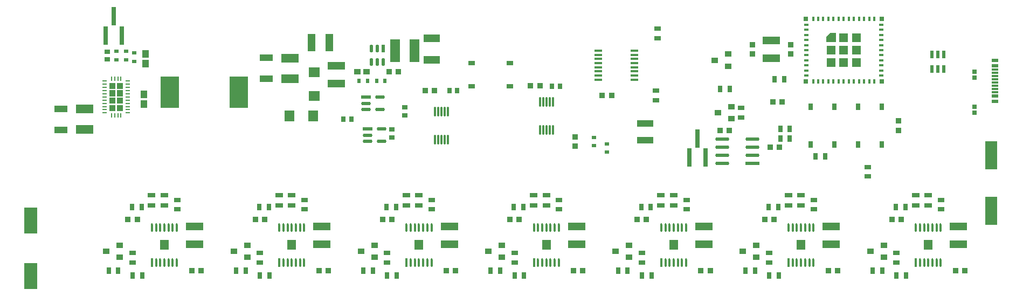
<source format=gtp>
G04*
G04 #@! TF.GenerationSoftware,Altium Limited,Altium Designer,24.5.2 (23)*
G04*
G04 Layer_Color=8421504*
%FSLAX44Y44*%
%MOMM*%
G71*
G04*
G04 #@! TF.SameCoordinates,18AD1EF8-D4E3-4D70-9127-A8B2740D653E*
G04*
G04*
G04 #@! TF.FilePolarity,Positive*
G04*
G01*
G75*
%ADD19R,1.4345X1.5845*%
%ADD20R,1.4345X1.5845*%
%ADD21R,2.0500X1.1000*%
%ADD22R,1.0121X1.2000*%
%ADD23R,1.0000X0.8000*%
G04:AMPARAMS|DCode=24|XSize=1.45mm|YSize=0.3mm|CornerRadius=0.0495mm|HoleSize=0mm|Usage=FLASHONLY|Rotation=90.000|XOffset=0mm|YOffset=0mm|HoleType=Round|Shape=RoundedRectangle|*
%AMROUNDEDRECTD24*
21,1,1.4500,0.2010,0,0,90.0*
21,1,1.3510,0.3000,0,0,90.0*
1,1,0.0990,0.1005,0.6755*
1,1,0.0990,0.1005,-0.6755*
1,1,0.0990,-0.1005,-0.6755*
1,1,0.0990,-0.1005,0.6755*
%
%ADD24ROUNDEDRECTD24*%
%ADD25R,0.8121X0.7581*%
%ADD26R,2.8000X1.3500*%
%ADD27R,0.6500X3.0000*%
%ADD28R,0.9581X0.9121*%
%ADD29R,2.6000X1.0500*%
G04:AMPARAMS|DCode=30|XSize=2.1692mm|YSize=0.5821mm|CornerRadius=0.2911mm|HoleSize=0mm|Usage=FLASHONLY|Rotation=180.000|XOffset=0mm|YOffset=0mm|HoleType=Round|Shape=RoundedRectangle|*
%AMROUNDEDRECTD30*
21,1,2.1692,0.0000,0,0,180.0*
21,1,1.5870,0.5821,0,0,180.0*
1,1,0.5821,-0.7935,0.0000*
1,1,0.5821,0.7935,0.0000*
1,1,0.5821,0.7935,0.0000*
1,1,0.5821,-0.7935,0.0000*
%
%ADD30ROUNDEDRECTD30*%
%ADD31R,2.1692X0.5821*%
%ADD32R,0.7581X0.8121*%
G04:AMPARAMS|DCode=33|XSize=1.5052mm|YSize=0.5721mm|CornerRadius=0.2861mm|HoleSize=0mm|Usage=FLASHONLY|Rotation=0.000|XOffset=0mm|YOffset=0mm|HoleType=Round|Shape=RoundedRectangle|*
%AMROUNDEDRECTD33*
21,1,1.5052,0.0000,0,0,0.0*
21,1,0.9331,0.5721,0,0,0.0*
1,1,0.5721,0.4666,0.0000*
1,1,0.5721,-0.4666,0.0000*
1,1,0.5721,-0.4666,0.0000*
1,1,0.5721,0.4666,0.0000*
%
%ADD33ROUNDEDRECTD33*%
%ADD34R,1.5052X0.5721*%
%ADD35R,0.8500X0.7000*%
%ADD36R,1.9000X4.4000*%
%ADD37R,2.7000X1.3000*%
%ADD38R,1.0065X0.9582*%
%ADD39R,0.6000X0.8000*%
G04:AMPARAMS|DCode=40|XSize=1.2544mm|YSize=0.5321mm|CornerRadius=0.2661mm|HoleSize=0mm|Usage=FLASHONLY|Rotation=270.000|XOffset=0mm|YOffset=0mm|HoleType=Round|Shape=RoundedRectangle|*
%AMROUNDEDRECTD40*
21,1,1.2544,0.0000,0,0,270.0*
21,1,0.7223,0.5321,0,0,270.0*
1,1,0.5321,0.0000,-0.3611*
1,1,0.5321,0.0000,0.3611*
1,1,0.5321,0.0000,0.3611*
1,1,0.5321,0.0000,-0.3611*
%
%ADD40ROUNDEDRECTD40*%
%ADD41R,0.5321X1.2544*%
%ADD42R,1.5000X3.6000*%
%ADD43R,0.6000X1.2000*%
%ADD44R,2.9450X4.9500*%
G04:AMPARAMS|DCode=45|XSize=0.75mm|YSize=0.25mm|CornerRadius=0.05mm|HoleSize=0mm|Usage=FLASHONLY|Rotation=180.000|XOffset=0mm|YOffset=0mm|HoleType=Round|Shape=RoundedRectangle|*
%AMROUNDEDRECTD45*
21,1,0.7500,0.1500,0,0,180.0*
21,1,0.6500,0.2500,0,0,180.0*
1,1,0.1000,-0.3250,0.0750*
1,1,0.1000,0.3250,0.0750*
1,1,0.1000,0.3250,-0.0750*
1,1,0.1000,-0.3250,-0.0750*
%
%ADD45ROUNDEDRECTD45*%
G04:AMPARAMS|DCode=46|XSize=0.25mm|YSize=0.6mm|CornerRadius=0.05mm|HoleSize=0mm|Usage=FLASHONLY|Rotation=180.000|XOffset=0mm|YOffset=0mm|HoleType=Round|Shape=RoundedRectangle|*
%AMROUNDEDRECTD46*
21,1,0.2500,0.5000,0,0,180.0*
21,1,0.1500,0.6000,0,0,180.0*
1,1,0.1000,-0.0750,0.2500*
1,1,0.1000,0.0750,0.2500*
1,1,0.1000,0.0750,-0.2500*
1,1,0.1000,-0.0750,-0.2500*
%
%ADD46ROUNDEDRECTD46*%
%ADD47R,0.3408X1.3554*%
G04:AMPARAMS|DCode=48|XSize=1.3554mm|YSize=0.3408mm|CornerRadius=0.1704mm|HoleSize=0mm|Usage=FLASHONLY|Rotation=90.000|XOffset=0mm|YOffset=0mm|HoleType=Round|Shape=RoundedRectangle|*
%AMROUNDEDRECTD48*
21,1,1.3554,0.0000,0,0,90.0*
21,1,1.0147,0.3408,0,0,90.0*
1,1,0.3408,0.0000,0.5073*
1,1,0.3408,0.0000,-0.5073*
1,1,0.3408,0.0000,-0.5073*
1,1,0.3408,0.0000,0.5073*
%
%ADD48ROUNDEDRECTD48*%
%ADD49R,0.8000X0.6000*%
%ADD50R,2.5000X1.2500*%
%ADD51R,1.0000X0.7000*%
%ADD52R,0.7000X1.0000*%
%ADD53R,0.9121X0.9581*%
%ADD54R,0.8000X1.0000*%
%ADD55R,1.2500X0.8000*%
%ADD56R,1.0668X0.9652*%
G04:AMPARAMS|DCode=57|XSize=0.4mm|YSize=1.2mm|CornerRadius=0.05mm|HoleSize=0mm|Usage=FLASHONLY|Rotation=270.000|XOffset=0mm|YOffset=0mm|HoleType=Round|Shape=RoundedRectangle|*
%AMROUNDEDRECTD57*
21,1,0.4000,1.1000,0,0,270.0*
21,1,0.3000,1.2000,0,0,270.0*
1,1,0.1000,-0.5500,-0.1500*
1,1,0.1000,-0.5500,0.1500*
1,1,0.1000,0.5500,0.1500*
1,1,0.1000,0.5500,-0.1500*
%
%ADD57ROUNDEDRECTD57*%
%ADD58R,1.1400X0.6000*%
%ADD59R,1.1400X0.3000*%
%ADD60R,0.6725X0.7154*%
%ADD61R,2.0000X4.1000*%
%ADD62R,1.6764X1.5240*%
%ADD63R,1.5240X1.6764*%
%ADD64R,1.3000X2.7000*%
%ADD65R,0.8000X0.4000*%
%ADD66R,0.4000X0.8000*%
%ADD67R,1.4500X1.4500*%
%ADD68R,0.7000X0.7000*%
G36*
X308250Y393300D02*
Y393200D01*
X308174Y393017D01*
X308033Y392876D01*
X307849Y392800D01*
X307750D01*
D01*
X298950D01*
X298850D01*
X298667Y392876D01*
X298526Y393017D01*
X298450Y393200D01*
Y393300D01*
D01*
Y401900D01*
Y401999D01*
X298526Y402183D01*
X298667Y402324D01*
X298850Y402400D01*
X298950D01*
D01*
X307750D01*
X307849D01*
X308033Y402324D01*
X308174Y402183D01*
X308250Y401999D01*
Y401900D01*
D01*
Y393300D01*
D02*
G37*
G36*
Y413500D02*
Y404900D01*
Y404800D01*
X308174Y404617D01*
X308033Y404476D01*
X307849Y404400D01*
X307750D01*
D01*
X298950D01*
X298850D01*
X298667Y404476D01*
X298526Y404617D01*
X298450Y404800D01*
Y404900D01*
D01*
Y413500D01*
Y413600D01*
X298526Y413783D01*
X298667Y413924D01*
X298850Y414000D01*
X298950D01*
D01*
X307750D01*
X307849D01*
X308033Y413924D01*
X308174Y413783D01*
X308250Y413600D01*
Y413500D01*
D01*
D02*
G37*
G36*
X298450Y425100D02*
Y425200D01*
X298526Y425383D01*
X298667Y425524D01*
X298850Y425600D01*
X298950D01*
D01*
X307750D01*
X307849D01*
X308033Y425524D01*
X308174Y425383D01*
X308250Y425200D01*
Y425100D01*
D01*
Y416500D01*
Y416400D01*
X308174Y416217D01*
X308033Y416076D01*
X307849Y416000D01*
X307750D01*
D01*
X298950D01*
X298850D01*
X298667Y416076D01*
X298526Y416217D01*
X298450Y416400D01*
Y416500D01*
D01*
Y425100D01*
D02*
G37*
G36*
X307750Y427600D02*
X298950D01*
X298850D01*
X298667Y427676D01*
X298526Y427817D01*
X298450Y428000D01*
Y428100D01*
D01*
Y436700D01*
Y436800D01*
X298526Y436983D01*
X298667Y437124D01*
X298850Y437200D01*
X298950D01*
D01*
X307750D01*
X307849D01*
X308033Y437124D01*
X308174Y436983D01*
X308250Y436800D01*
Y436700D01*
D01*
Y428100D01*
Y428000D01*
X308174Y427817D01*
X308033Y427676D01*
X307849Y427600D01*
X307750D01*
D01*
D02*
G37*
G36*
X319550Y392800D02*
X310750Y392800D01*
X310651D01*
X310467Y392876D01*
X310326Y393017D01*
X310250Y393201D01*
Y393300D01*
D01*
Y401900D01*
Y401999D01*
X310326Y402183D01*
X310467Y402324D01*
X310651Y402400D01*
X310750D01*
D01*
X319550D01*
X319649D01*
X319833Y402324D01*
X319974Y402183D01*
X320050Y401999D01*
Y401900D01*
D01*
Y393300D01*
Y393201D01*
X319974Y393017D01*
X319833Y392876D01*
X319649Y392800D01*
X319550D01*
Y392800D01*
D02*
G37*
G36*
X310250Y413500D02*
X310250Y413600D01*
X310326Y413783D01*
X310467Y413924D01*
X310651Y414000D01*
X310750D01*
D01*
X319550D01*
X319649D01*
X319833Y413924D01*
X319974Y413783D01*
X320050Y413600D01*
Y413500D01*
D01*
Y404900D01*
Y404801D01*
X319974Y404617D01*
X319833Y404476D01*
X319649Y404400D01*
X319550D01*
D01*
X310750D01*
X310651D01*
X310467Y404476D01*
X310326Y404617D01*
X310250Y404801D01*
Y404900D01*
D01*
Y413500D01*
D02*
G37*
G36*
Y416500D02*
Y425100D01*
Y425200D01*
X310326Y425383D01*
X310467Y425524D01*
X310651Y425600D01*
X310750D01*
D01*
X319550D01*
X319649D01*
X319833Y425524D01*
X319974Y425383D01*
X320050Y425200D01*
Y425100D01*
D01*
Y416500D01*
Y416401D01*
X319974Y416217D01*
X319833Y416076D01*
X319649Y416000D01*
X319550D01*
Y416000D01*
X310750Y416000D01*
X310651D01*
X310467Y416076D01*
X310326Y416217D01*
X310250Y416401D01*
Y416500D01*
Y416500D01*
D02*
G37*
G36*
X320050Y428100D02*
Y428000D01*
X319974Y427817D01*
X319833Y427676D01*
X319649Y427600D01*
X319550Y427600D01*
X319550D01*
X310750D01*
X310651D01*
X310467Y427676D01*
X310326Y427817D01*
X310250Y428000D01*
Y428100D01*
D01*
Y436700D01*
Y436800D01*
X310326Y436983D01*
X310467Y437124D01*
X310651Y437200D01*
X310750D01*
D01*
X319550D01*
X319649D01*
X319833Y437124D01*
X319974Y436983D01*
X320050Y436800D01*
Y436700D01*
D01*
X320050Y428100D01*
D02*
G37*
G36*
X1439500Y501000D02*
X1425000D01*
Y509500D01*
X1431000Y515500D01*
X1439500D01*
Y501000D01*
D02*
G37*
D19*
X1585000Y182500D02*
D03*
X385000D02*
D03*
X1385000D02*
D03*
D20*
X1185000D02*
D03*
X985000D02*
D03*
X785000D02*
D03*
X585000D02*
D03*
D21*
X545000Y477000D02*
D03*
Y444000D02*
D03*
X222500Y363500D02*
D03*
Y396500D02*
D03*
D22*
X352500Y404189D02*
D03*
Y419000D02*
D03*
X355000Y467595D02*
D03*
Y482405D02*
D03*
D23*
X1290793Y397581D02*
D03*
Y382581D02*
D03*
X405000Y253500D02*
D03*
Y238500D02*
D03*
X335000Y155000D02*
D03*
Y170000D02*
D03*
X1605000Y238500D02*
D03*
Y253500D02*
D03*
X1405000Y238500D02*
D03*
Y253500D02*
D03*
X1205000Y238500D02*
D03*
Y253500D02*
D03*
X1005000Y238500D02*
D03*
Y253500D02*
D03*
X805000Y238500D02*
D03*
Y253500D02*
D03*
X605000Y238500D02*
D03*
Y253500D02*
D03*
X1535000Y170000D02*
D03*
Y155000D02*
D03*
X1335000Y170000D02*
D03*
Y155000D02*
D03*
X1135000Y170000D02*
D03*
Y155000D02*
D03*
X935000Y170000D02*
D03*
Y155000D02*
D03*
X735000Y170000D02*
D03*
Y155000D02*
D03*
X535000Y170000D02*
D03*
Y155000D02*
D03*
X1490000Y290000D02*
D03*
Y305000D02*
D03*
X1157500Y410000D02*
D03*
Y425000D02*
D03*
X1160000Y507500D02*
D03*
Y522500D02*
D03*
D24*
X975000Y407000D02*
D03*
X980000D02*
D03*
X985000D02*
D03*
X990000D02*
D03*
X995000D02*
D03*
Y363000D02*
D03*
X990000D02*
D03*
X985000D02*
D03*
X980000D02*
D03*
X975000D02*
D03*
X810000Y392000D02*
D03*
X815000D02*
D03*
X820000D02*
D03*
X825000D02*
D03*
X830000D02*
D03*
Y348000D02*
D03*
X825000D02*
D03*
X820000D02*
D03*
X815000D02*
D03*
X810000D02*
D03*
D25*
X762500Y398770D02*
D03*
Y386230D02*
D03*
X742500Y351230D02*
D03*
Y363770D02*
D03*
D26*
X260000Y396000D02*
D03*
Y364000D02*
D03*
X582500Y476000D02*
D03*
Y444000D02*
D03*
D27*
X1222700Y350000D02*
D03*
X1235400Y320000D02*
D03*
X1210000D02*
D03*
X305536Y541509D02*
D03*
X318236Y511509D02*
D03*
X292836D02*
D03*
D28*
X1351275Y335706D02*
D03*
X1336735D02*
D03*
X752270Y455000D02*
D03*
X737730D02*
D03*
X342270Y222500D02*
D03*
X327730D02*
D03*
X427730Y142500D02*
D03*
X442270D02*
D03*
X1072730Y417500D02*
D03*
X1087270D02*
D03*
X1257730Y362500D02*
D03*
X1272270D02*
D03*
X960230Y432500D02*
D03*
X974770D02*
D03*
X795000Y425000D02*
D03*
X809540D02*
D03*
X1527730Y222500D02*
D03*
X1542270D02*
D03*
X1327730D02*
D03*
X1342270D02*
D03*
X1127730D02*
D03*
X1142270D02*
D03*
X927730D02*
D03*
X942270D02*
D03*
X727730D02*
D03*
X742270D02*
D03*
X842270Y142500D02*
D03*
X827730D02*
D03*
X527730Y222500D02*
D03*
X542270D02*
D03*
X1642270Y142500D02*
D03*
X1627730D02*
D03*
X1442270D02*
D03*
X1427730D02*
D03*
X1242270D02*
D03*
X1227730D02*
D03*
X1042270D02*
D03*
X1027730D02*
D03*
X642270D02*
D03*
X627730D02*
D03*
X1340793Y407581D02*
D03*
X1355333D02*
D03*
D29*
X1140000Y346750D02*
D03*
Y373250D02*
D03*
D30*
X1261364Y310950D02*
D03*
Y323650D02*
D03*
Y336350D02*
D03*
Y349050D02*
D03*
X1308636D02*
D03*
Y336350D02*
D03*
Y323650D02*
D03*
D31*
Y310950D02*
D03*
D32*
X678770Y380000D02*
D03*
X666230D02*
D03*
X1006270Y431509D02*
D03*
X993730D02*
D03*
X845000Y425000D02*
D03*
X832460D02*
D03*
D33*
X726005Y364500D02*
D03*
Y345500D02*
D03*
X703995D02*
D03*
Y355000D02*
D03*
X723505Y414500D02*
D03*
Y395500D02*
D03*
X701495D02*
D03*
Y405000D02*
D03*
D34*
X703995Y364500D02*
D03*
X701495Y414500D02*
D03*
D35*
X295000Y486250D02*
D03*
Y473750D02*
D03*
D36*
X1683885Y236500D02*
D03*
Y323500D02*
D03*
D37*
X655000Y436000D02*
D03*
Y464000D02*
D03*
X1338500Y476000D02*
D03*
Y504000D02*
D03*
X432500Y183500D02*
D03*
Y211500D02*
D03*
X1632500D02*
D03*
Y183500D02*
D03*
X1432500Y211500D02*
D03*
Y183500D02*
D03*
X1232500Y211500D02*
D03*
Y183500D02*
D03*
X1032500Y211500D02*
D03*
Y183500D02*
D03*
X832500Y211500D02*
D03*
Y183500D02*
D03*
X632500Y211500D02*
D03*
Y183500D02*
D03*
D38*
X702259Y455000D02*
D03*
X687741D02*
D03*
D39*
X718500Y440000D02*
D03*
X731500D02*
D03*
X691000D02*
D03*
X704000D02*
D03*
D40*
X728785Y469828D02*
D03*
X719285D02*
D03*
X709785D02*
D03*
Y490834D02*
D03*
X719285D02*
D03*
D41*
X728785D02*
D03*
D42*
X747250Y487500D02*
D03*
X777750D02*
D03*
D43*
X1590500Y458500D02*
D03*
X1600000D02*
D03*
X1609500D02*
D03*
Y481500D02*
D03*
X1600000D02*
D03*
X1590500D02*
D03*
D44*
X501575Y422500D02*
D03*
X393425D02*
D03*
D45*
X327500Y390000D02*
D03*
Y395000D02*
D03*
Y400000D02*
D03*
Y405000D02*
D03*
Y410000D02*
D03*
Y415000D02*
D03*
Y420000D02*
D03*
Y425000D02*
D03*
Y430000D02*
D03*
Y435000D02*
D03*
Y440000D02*
D03*
X291000D02*
D03*
Y435000D02*
D03*
Y430000D02*
D03*
Y425000D02*
D03*
Y420000D02*
D03*
Y415000D02*
D03*
Y410000D02*
D03*
Y405000D02*
D03*
Y400000D02*
D03*
Y395000D02*
D03*
Y390000D02*
D03*
D46*
X316750Y444000D02*
D03*
X311750D02*
D03*
X306750D02*
D03*
X301750D02*
D03*
Y386000D02*
D03*
X306750D02*
D03*
X311750D02*
D03*
X316750D02*
D03*
D47*
X1565500Y154746D02*
D03*
X365500D02*
D03*
X1365500D02*
D03*
X1165500D02*
D03*
X965500D02*
D03*
X765500D02*
D03*
X565500D02*
D03*
D48*
X1572000D02*
D03*
X1578500D02*
D03*
X1585000D02*
D03*
X1591500D02*
D03*
X1598000D02*
D03*
X1604500D02*
D03*
Y210254D02*
D03*
X1598000D02*
D03*
X1591500D02*
D03*
X1585000D02*
D03*
X1578500D02*
D03*
X1572000D02*
D03*
X1565500D02*
D03*
X372000Y154746D02*
D03*
X378500D02*
D03*
X385000D02*
D03*
X391500D02*
D03*
X398000D02*
D03*
X404500D02*
D03*
Y210254D02*
D03*
X398000D02*
D03*
X391500D02*
D03*
X385000D02*
D03*
X378500D02*
D03*
X372000D02*
D03*
X365500D02*
D03*
X1365500D02*
D03*
X1372000D02*
D03*
X1378500D02*
D03*
X1385000D02*
D03*
X1391500D02*
D03*
X1398000D02*
D03*
X1404500D02*
D03*
Y154746D02*
D03*
X1398000D02*
D03*
X1391500D02*
D03*
X1385000D02*
D03*
X1378500D02*
D03*
X1372000D02*
D03*
X1165500Y210254D02*
D03*
X1172000D02*
D03*
X1178500D02*
D03*
X1185000D02*
D03*
X1191500D02*
D03*
X1198000D02*
D03*
X1204500D02*
D03*
Y154746D02*
D03*
X1198000D02*
D03*
X1191500D02*
D03*
X1185000D02*
D03*
X1178500D02*
D03*
X1172000D02*
D03*
X965500Y210254D02*
D03*
X972000D02*
D03*
X978500D02*
D03*
X985000D02*
D03*
X991500D02*
D03*
X998000D02*
D03*
X1004500D02*
D03*
Y154746D02*
D03*
X998000D02*
D03*
X991500D02*
D03*
X985000D02*
D03*
X978500D02*
D03*
X972000D02*
D03*
X765500Y210254D02*
D03*
X772000D02*
D03*
X778500D02*
D03*
X785000D02*
D03*
X791500D02*
D03*
X798000D02*
D03*
X804500D02*
D03*
Y154746D02*
D03*
X798000D02*
D03*
X791500D02*
D03*
X785000D02*
D03*
X778500D02*
D03*
X772000D02*
D03*
X565500Y210254D02*
D03*
X572000D02*
D03*
X578500D02*
D03*
X585000D02*
D03*
X591500D02*
D03*
X598000D02*
D03*
X604500D02*
D03*
Y154746D02*
D03*
X598000D02*
D03*
X591500D02*
D03*
X585000D02*
D03*
X578500D02*
D03*
X572000D02*
D03*
D49*
X337500Y471000D02*
D03*
Y484000D02*
D03*
X310000Y486500D02*
D03*
Y473500D02*
D03*
X1060000Y351500D02*
D03*
Y338500D02*
D03*
X325000Y473500D02*
D03*
Y486500D02*
D03*
X1080000Y341500D02*
D03*
Y328500D02*
D03*
D50*
X805000Y473000D02*
D03*
Y507000D02*
D03*
D51*
X867500Y468500D02*
D03*
X927500D02*
D03*
X867500Y431500D02*
D03*
X927500D02*
D03*
D52*
X1512000Y400000D02*
D03*
Y340000D02*
D03*
X1475000Y400000D02*
D03*
Y340000D02*
D03*
X1437000Y400000D02*
D03*
Y340000D02*
D03*
X1400000Y400000D02*
D03*
Y340000D02*
D03*
D53*
X1538500Y377270D02*
D03*
Y362730D02*
D03*
X1368500Y497270D02*
D03*
Y482730D02*
D03*
X1308500Y497270D02*
D03*
Y482730D02*
D03*
X1030000Y337730D02*
D03*
Y352270D02*
D03*
D54*
X1358293Y442580D02*
D03*
X1343293D02*
D03*
X1423098Y321535D02*
D03*
X1408098D02*
D03*
X312500Y142500D02*
D03*
X297500D02*
D03*
X349000Y242500D02*
D03*
X334000D02*
D03*
X335000Y135000D02*
D03*
X350000D02*
D03*
X1534000Y242500D02*
D03*
X1549000D02*
D03*
X1334000D02*
D03*
X1349000D02*
D03*
X1134000D02*
D03*
X1149000D02*
D03*
X934000D02*
D03*
X949000D02*
D03*
X734000D02*
D03*
X749000D02*
D03*
X534000D02*
D03*
X549000D02*
D03*
X1550000Y135000D02*
D03*
X1535000D02*
D03*
X1350000D02*
D03*
X1335000D02*
D03*
X1150000D02*
D03*
X1135000D02*
D03*
X950000D02*
D03*
X935000D02*
D03*
X750000D02*
D03*
X735000D02*
D03*
X550000D02*
D03*
X535000D02*
D03*
X1352500Y365000D02*
D03*
X1367500D02*
D03*
X1352500Y350000D02*
D03*
X1367500D02*
D03*
X1497500Y142500D02*
D03*
X1512500D02*
D03*
X1297500D02*
D03*
X1312500D02*
D03*
X1097500D02*
D03*
X1112500D02*
D03*
X897500D02*
D03*
X912500D02*
D03*
X697500D02*
D03*
X712500D02*
D03*
X497500D02*
D03*
X512500D02*
D03*
X1273293Y427581D02*
D03*
X1258293D02*
D03*
D55*
X365000Y244500D02*
D03*
Y260500D02*
D03*
X385000Y244500D02*
D03*
Y260500D02*
D03*
X1585000D02*
D03*
Y244500D02*
D03*
X1565000Y260500D02*
D03*
Y244500D02*
D03*
X1385000Y260500D02*
D03*
Y244500D02*
D03*
X1365000Y260500D02*
D03*
Y244500D02*
D03*
X1185000Y260500D02*
D03*
Y244500D02*
D03*
X1165000Y260500D02*
D03*
Y244500D02*
D03*
X985000Y260500D02*
D03*
Y244500D02*
D03*
X965000Y260500D02*
D03*
Y244500D02*
D03*
X785000Y260500D02*
D03*
Y244500D02*
D03*
X765000Y260500D02*
D03*
Y244500D02*
D03*
X585000Y260500D02*
D03*
Y244500D02*
D03*
X565000Y260500D02*
D03*
Y244500D02*
D03*
D56*
X293824Y172500D02*
D03*
X315000Y182152D02*
D03*
Y163000D02*
D03*
X1515000D02*
D03*
Y182152D02*
D03*
X1493824Y172500D02*
D03*
X1315000Y163000D02*
D03*
Y182152D02*
D03*
X1293824Y172500D02*
D03*
X1115000Y163000D02*
D03*
Y182152D02*
D03*
X1093824Y172500D02*
D03*
X915000Y163000D02*
D03*
Y182152D02*
D03*
X893824Y172500D02*
D03*
X715000Y163000D02*
D03*
Y182152D02*
D03*
X693824Y172500D02*
D03*
X515000Y163000D02*
D03*
Y182152D02*
D03*
X493824Y172500D02*
D03*
X1275793Y380580D02*
D03*
Y399733D02*
D03*
X1254617Y390081D02*
D03*
X1270793Y463081D02*
D03*
Y482233D02*
D03*
X1249617Y472581D02*
D03*
D57*
X1066500Y487750D02*
D03*
Y481250D02*
D03*
Y474750D02*
D03*
Y468250D02*
D03*
Y461750D02*
D03*
Y455250D02*
D03*
Y448750D02*
D03*
Y442250D02*
D03*
X1123500Y487750D02*
D03*
Y481250D02*
D03*
Y474750D02*
D03*
Y468250D02*
D03*
Y461750D02*
D03*
Y455250D02*
D03*
Y448750D02*
D03*
Y442250D02*
D03*
D58*
X1690000Y408214D02*
D03*
Y416214D02*
D03*
Y464214D02*
D03*
Y472214D02*
D03*
D59*
Y422714D02*
D03*
Y427714D02*
D03*
Y432714D02*
D03*
Y437714D02*
D03*
Y442714D02*
D03*
Y447714D02*
D03*
Y452714D02*
D03*
Y457714D02*
D03*
D60*
X1657500Y445429D02*
D03*
Y455000D02*
D03*
Y400000D02*
D03*
Y390429D02*
D03*
D61*
X175000Y134000D02*
D03*
Y221000D02*
D03*
D62*
X620000Y416204D02*
D03*
Y453796D02*
D03*
D63*
X618796Y385000D02*
D03*
X581204D02*
D03*
D64*
X644000Y500000D02*
D03*
X616000D02*
D03*
D65*
X1393000Y528500D02*
D03*
Y520500D02*
D03*
Y512500D02*
D03*
Y504500D02*
D03*
Y496500D02*
D03*
Y488500D02*
D03*
Y480500D02*
D03*
Y472500D02*
D03*
Y464500D02*
D03*
Y456500D02*
D03*
Y448500D02*
D03*
X1511000D02*
D03*
Y456500D02*
D03*
Y464500D02*
D03*
Y472500D02*
D03*
Y480500D02*
D03*
Y488500D02*
D03*
Y496500D02*
D03*
Y504500D02*
D03*
Y512500D02*
D03*
Y520500D02*
D03*
Y528500D02*
D03*
D66*
X1404000Y439500D02*
D03*
X1412000D02*
D03*
X1420000D02*
D03*
X1428000D02*
D03*
X1436000D02*
D03*
X1444000D02*
D03*
X1452000D02*
D03*
X1460000D02*
D03*
X1468000D02*
D03*
X1476000D02*
D03*
X1484000D02*
D03*
X1492000D02*
D03*
X1500000D02*
D03*
Y537500D02*
D03*
X1492000D02*
D03*
X1484000D02*
D03*
X1476000D02*
D03*
X1468000D02*
D03*
X1460000D02*
D03*
X1452000D02*
D03*
X1444000D02*
D03*
X1436000D02*
D03*
X1428000D02*
D03*
X1420000D02*
D03*
X1412000D02*
D03*
X1404000D02*
D03*
D67*
X1452000Y488500D02*
D03*
X1471750Y508250D02*
D03*
X1452000D02*
D03*
X1432250Y488500D02*
D03*
Y468750D02*
D03*
X1452000D02*
D03*
X1471750D02*
D03*
Y488500D02*
D03*
D68*
X1392500Y538000D02*
D03*
Y439000D02*
D03*
X1511500D02*
D03*
Y538000D02*
D03*
M02*

</source>
